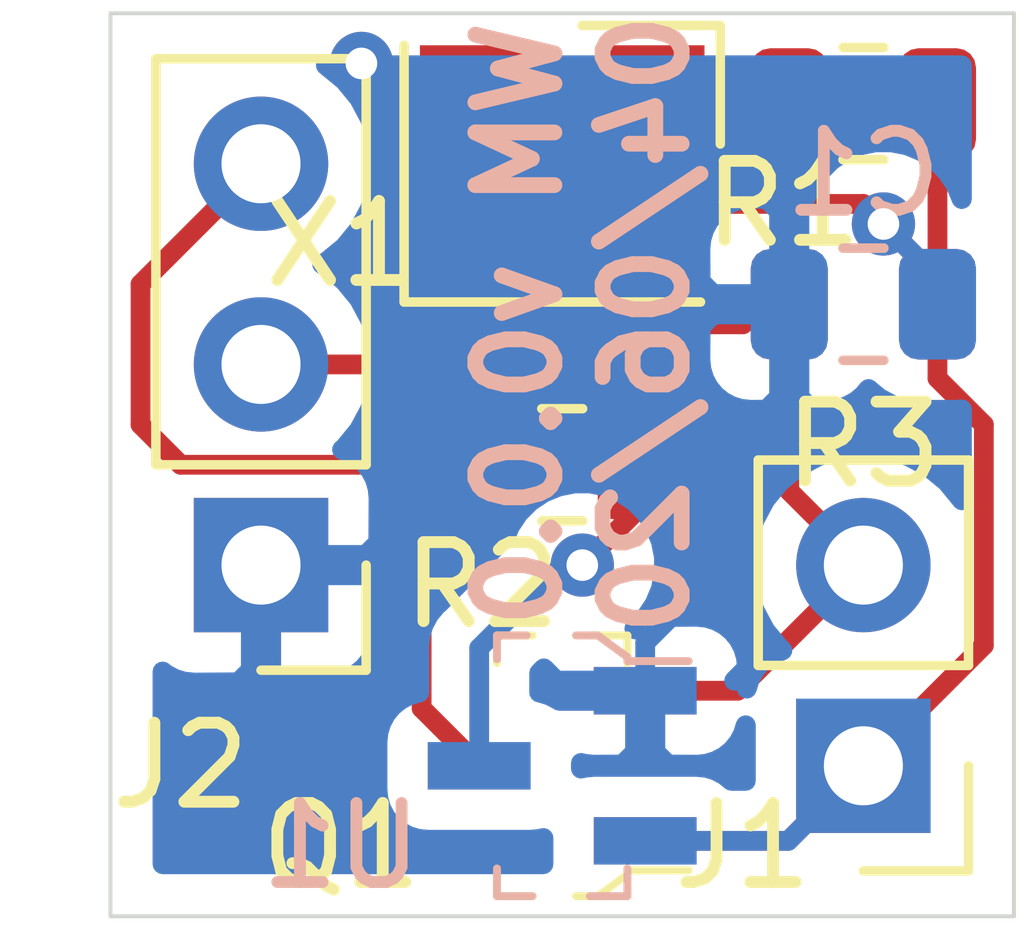
<source format=kicad_pcb>
(kicad_pcb (version 20171130) (host pcbnew "(5.1.2)-1")

  (general
    (thickness 1.6)
    (drawings 5)
    (tracks 52)
    (zones 0)
    (modules 9)
    (nets 7)
  )

  (page A4)
  (layers
    (0 F.Cu signal)
    (31 B.Cu signal)
    (32 B.Adhes user)
    (33 F.Adhes user)
    (34 B.Paste user)
    (35 F.Paste user)
    (36 B.SilkS user)
    (37 F.SilkS user)
    (38 B.Mask user)
    (39 F.Mask user)
    (40 Dwgs.User user)
    (41 Cmts.User user)
    (42 Eco1.User user)
    (43 Eco2.User user)
    (44 Edge.Cuts user)
    (45 Margin user)
    (46 B.CrtYd user)
    (47 F.CrtYd user)
    (48 B.Fab user hide)
    (49 F.Fab user hide)
  )

  (setup
    (last_trace_width 0.25)
    (user_trace_width 0.2)
    (trace_clearance 0.2)
    (zone_clearance 0.508)
    (zone_45_only no)
    (trace_min 0.2)
    (via_size 0.8)
    (via_drill 0.4)
    (via_min_size 0.4)
    (via_min_drill 0.3)
    (user_via 0.51 0.3)
    (uvia_size 0.3)
    (uvia_drill 0.1)
    (uvias_allowed no)
    (uvia_min_size 0.2)
    (uvia_min_drill 0.1)
    (edge_width 0.05)
    (segment_width 0.2)
    (pcb_text_width 0.3)
    (pcb_text_size 1.5 1.5)
    (mod_edge_width 0.12)
    (mod_text_size 1 1)
    (mod_text_width 0.15)
    (pad_size 1.524 1.524)
    (pad_drill 0.762)
    (pad_to_mask_clearance 0.051)
    (solder_mask_min_width 0.25)
    (aux_axis_origin 0 0)
    (visible_elements 7FFFFFFF)
    (pcbplotparams
      (layerselection 0x010fc_ffffffff)
      (usegerberextensions false)
      (usegerberattributes false)
      (usegerberadvancedattributes false)
      (creategerberjobfile false)
      (excludeedgelayer true)
      (linewidth 0.100000)
      (plotframeref false)
      (viasonmask false)
      (mode 1)
      (useauxorigin false)
      (hpglpennumber 1)
      (hpglpenspeed 20)
      (hpglpendiameter 15.000000)
      (psnegative false)
      (psa4output false)
      (plotreference true)
      (plotvalue true)
      (plotinvisibletext false)
      (padsonsilk false)
      (subtractmaskfromsilk false)
      (outputformat 1)
      (mirror false)
      (drillshape 1)
      (scaleselection 1)
      (outputdirectory ""))
  )

  (net 0 "")
  (net 1 GND)
  (net 2 +3.3V)
  (net 3 USOUT)
  (net 4 SOUT)
  (net 5 +5V)
  (net 6 "Net-(R1-Pad1)")

  (net_class Default "This is the default net class."
    (clearance 0.2)
    (trace_width 0.25)
    (via_dia 0.8)
    (via_drill 0.4)
    (uvia_dia 0.3)
    (uvia_drill 0.1)
    (add_net +3.3V)
    (add_net +5V)
    (add_net GND)
    (add_net "Net-(R1-Pad1)")
    (add_net SOUT)
    (add_net USOUT)
  )

  (module Oscillator:ECS-327MVATX-3 (layer F.Cu) (tedit 5E8BE8B7) (tstamp 5E8CCEAC)
    (at 148.59 78.74 180)
    (path /5E8DE55C)
    (fp_text reference X1 (at 2.794 -1.016) (layer F.SilkS)
      (effects (font (size 1 1) (thickness 0.15)))
    )
    (fp_text value ECS-327TXO (at 0 -2.5) (layer F.Fab)
      (effects (font (size 1 1) (thickness 0.15)))
    )
    (fp_line (start 2 -1.75) (end 2 1.5) (layer F.SilkS) (width 0.12))
    (fp_line (start -1.75 -1.75) (end 2 -1.75) (layer F.SilkS) (width 0.12))
    (fp_line (start -2 1.75) (end -0.25 1.75) (layer F.SilkS) (width 0.12))
    (fp_line (start -2 0.25) (end -2 1.75) (layer F.SilkS) (width 0.12))
    (fp_line (start 2 -1.75) (end -2 -1.75) (layer F.CrtYd) (width 0.12))
    (fp_line (start 2 1.75) (end 2 -1.75) (layer F.CrtYd) (width 0.12))
    (fp_line (start -2 1.75) (end 2 1.75) (layer F.CrtYd) (width 0.12))
    (fp_line (start -2 -1.75) (end -2 1.75) (layer F.CrtYd) (width 0.12))
    (pad 2 smd rect (at 1.15 0.95 180) (size 1.3 1.1) (layers F.Cu F.Paste F.Mask)
      (net 1 GND))
    (pad 1 smd rect (at -1.15 0.95 180) (size 1.3 1.1) (layers F.Cu F.Paste F.Mask)
      (net 6 "Net-(R1-Pad1)"))
    (pad 3 smd rect (at 1.15 -0.95 180) (size 1.3 1.1) (layers F.Cu F.Paste F.Mask)
      (net 3 USOUT))
    (pad 4 smd rect (at -1.15 -0.95 180) (size 1.3 1.1) (layers F.Cu F.Paste F.Mask)
      (net 2 +3.3V))
  )

  (module digikey-footprints:SOT-23-3 (layer B.Cu) (tedit 5D28A5E3) (tstamp 5E8CCE9C)
    (at 148.59 86.36 180)
    (path /5E8DFB79)
    (attr smd)
    (fp_text reference U1 (at 2.794 -1.016 180) (layer B.SilkS)
      (effects (font (size 1 1) (thickness 0.15)) (justify mirror))
    )
    (fp_text value MCP1700T-3302E_TT (at 0.025 -3.25 180) (layer B.Fab)
      (effects (font (size 1 1) (thickness 0.15)) (justify mirror))
    )
    (fp_line (start 0.7 -1.52) (end 0.7 1.52) (layer B.Fab) (width 0.1))
    (fp_line (start -0.7 -1.52) (end 0.7 -1.52) (layer B.Fab) (width 0.1))
    (fp_text user %R (at -0.125 -0.15 180) (layer B.Fab)
      (effects (font (size 0.25 0.25) (thickness 0.05)) (justify mirror))
    )
    (fp_line (start 0.825 1.65) (end 0.825 1.35) (layer B.SilkS) (width 0.1))
    (fp_line (start 0.45 1.65) (end 0.825 1.65) (layer B.SilkS) (width 0.1))
    (fp_line (start 0.825 -1.65) (end 0.375 -1.65) (layer B.SilkS) (width 0.1))
    (fp_line (start 0.825 -1.35) (end 0.825 -1.65) (layer B.SilkS) (width 0.1))
    (fp_line (start 0.825 -1.425) (end 0.825 -1.3) (layer B.SilkS) (width 0.1))
    (fp_line (start -0.825 -1.65) (end -0.825 -1.3) (layer B.SilkS) (width 0.1))
    (fp_line (start -0.35 -1.65) (end -0.825 -1.65) (layer B.SilkS) (width 0.1))
    (fp_line (start -0.425 1.525) (end -0.7 1.325) (layer B.Fab) (width 0.1))
    (fp_line (start -0.425 1.525) (end 0.7 1.525) (layer B.Fab) (width 0.1))
    (fp_line (start -0.7 1.325) (end -0.7 -1.525) (layer B.Fab) (width 0.1))
    (fp_line (start -0.825 1.325) (end -1.6 1.325) (layer B.SilkS) (width 0.1))
    (fp_line (start -0.825 1.375) (end -0.825 1.325) (layer B.SilkS) (width 0.1))
    (fp_line (start -0.45 1.65) (end -0.825 1.375) (layer B.SilkS) (width 0.1))
    (fp_line (start -0.175 1.65) (end -0.45 1.65) (layer B.SilkS) (width 0.1))
    (fp_line (start 1.825 1.95) (end 1.825 -1.95) (layer B.CrtYd) (width 0.05))
    (fp_line (start 1.825 -1.95) (end -1.825 -1.95) (layer B.CrtYd) (width 0.05))
    (fp_line (start -1.825 1.95) (end -1.825 -1.95) (layer B.CrtYd) (width 0.05))
    (fp_line (start -1.825 1.95) (end 1.825 1.95) (layer B.CrtYd) (width 0.05))
    (pad 1 smd rect (at -1.05 0.95 180) (size 1.3 0.6) (layers B.Cu B.Paste B.Mask)
      (net 1 GND) (solder_mask_margin 0.07))
    (pad 2 smd rect (at -1.05 -0.95 180) (size 1.3 0.6) (layers B.Cu B.Paste B.Mask)
      (net 2 +3.3V) (solder_mask_margin 0.07))
    (pad 3 smd rect (at 1.05 0 180) (size 1.3 0.6) (layers B.Cu B.Paste B.Mask)
      (net 5 +5V) (solder_mask_margin 0.07))
  )

  (module Resistor_SMD:R_0805_2012Metric (layer F.Cu) (tedit 5B36C52B) (tstamp 5E8CCE80)
    (at 152.4 80.518)
    (descr "Resistor SMD 0805 (2012 Metric), square (rectangular) end terminal, IPC_7351 nominal, (Body size source: https://docs.google.com/spreadsheets/d/1BsfQQcO9C6DZCsRaXUlFlo91Tg2WpOkGARC1WS5S8t0/edit?usp=sharing), generated with kicad-footprint-generator")
    (tags resistor)
    (path /5E8E52FF)
    (attr smd)
    (fp_text reference R3 (at 0 1.778) (layer F.SilkS)
      (effects (font (size 1 1) (thickness 0.15)))
    )
    (fp_text value 10kR (at 0 1.65) (layer F.Fab)
      (effects (font (size 1 1) (thickness 0.15)))
    )
    (fp_text user %R (at 0 0) (layer F.Fab)
      (effects (font (size 0.5 0.5) (thickness 0.08)))
    )
    (fp_line (start 1.68 0.95) (end -1.68 0.95) (layer F.CrtYd) (width 0.05))
    (fp_line (start 1.68 -0.95) (end 1.68 0.95) (layer F.CrtYd) (width 0.05))
    (fp_line (start -1.68 -0.95) (end 1.68 -0.95) (layer F.CrtYd) (width 0.05))
    (fp_line (start -1.68 0.95) (end -1.68 -0.95) (layer F.CrtYd) (width 0.05))
    (fp_line (start -0.258578 0.71) (end 0.258578 0.71) (layer F.SilkS) (width 0.12))
    (fp_line (start -0.258578 -0.71) (end 0.258578 -0.71) (layer F.SilkS) (width 0.12))
    (fp_line (start 1 0.6) (end -1 0.6) (layer F.Fab) (width 0.1))
    (fp_line (start 1 -0.6) (end 1 0.6) (layer F.Fab) (width 0.1))
    (fp_line (start -1 -0.6) (end 1 -0.6) (layer F.Fab) (width 0.1))
    (fp_line (start -1 0.6) (end -1 -0.6) (layer F.Fab) (width 0.1))
    (pad 2 smd roundrect (at 0.9375 0) (size 0.975 1.4) (layers F.Cu F.Paste F.Mask) (roundrect_rratio 0.25)
      (net 2 +3.3V))
    (pad 1 smd roundrect (at -0.9375 0) (size 0.975 1.4) (layers F.Cu F.Paste F.Mask) (roundrect_rratio 0.25)
      (net 3 USOUT))
    (model ${KISYS3DMOD}/Resistor_SMD.3dshapes/R_0805_2012Metric.wrl
      (at (xyz 0 0 0))
      (scale (xyz 1 1 1))
      (rotate (xyz 0 0 0))
    )
  )

  (module Resistor_SMD:R_0805_2012Metric (layer F.Cu) (tedit 5B36C52B) (tstamp 5E8CCE6F)
    (at 148.59 82.55)
    (descr "Resistor SMD 0805 (2012 Metric), square (rectangular) end terminal, IPC_7351 nominal, (Body size source: https://docs.google.com/spreadsheets/d/1BsfQQcO9C6DZCsRaXUlFlo91Tg2WpOkGARC1WS5S8t0/edit?usp=sharing), generated with kicad-footprint-generator")
    (tags resistor)
    (path /5E8E4A5E)
    (attr smd)
    (fp_text reference R2 (at -1.016 1.524 180) (layer F.SilkS)
      (effects (font (size 1 1) (thickness 0.15)))
    )
    (fp_text value 10kR (at 0 1.65 180) (layer F.Fab)
      (effects (font (size 1 1) (thickness 0.15)))
    )
    (fp_text user %R (at 0 0 180) (layer F.Fab)
      (effects (font (size 0.5 0.5) (thickness 0.08)))
    )
    (fp_line (start 1.68 0.95) (end -1.68 0.95) (layer F.CrtYd) (width 0.05))
    (fp_line (start 1.68 -0.95) (end 1.68 0.95) (layer F.CrtYd) (width 0.05))
    (fp_line (start -1.68 -0.95) (end 1.68 -0.95) (layer F.CrtYd) (width 0.05))
    (fp_line (start -1.68 0.95) (end -1.68 -0.95) (layer F.CrtYd) (width 0.05))
    (fp_line (start -0.258578 0.71) (end 0.258578 0.71) (layer F.SilkS) (width 0.12))
    (fp_line (start -0.258578 -0.71) (end 0.258578 -0.71) (layer F.SilkS) (width 0.12))
    (fp_line (start 1 0.6) (end -1 0.6) (layer F.Fab) (width 0.1))
    (fp_line (start 1 -0.6) (end 1 0.6) (layer F.Fab) (width 0.1))
    (fp_line (start -1 -0.6) (end 1 -0.6) (layer F.Fab) (width 0.1))
    (fp_line (start -1 0.6) (end -1 -0.6) (layer F.Fab) (width 0.1))
    (pad 2 smd roundrect (at 0.9375 0) (size 0.975 1.4) (layers F.Cu F.Paste F.Mask) (roundrect_rratio 0.25)
      (net 5 +5V))
    (pad 1 smd roundrect (at -0.9375 0) (size 0.975 1.4) (layers F.Cu F.Paste F.Mask) (roundrect_rratio 0.25)
      (net 4 SOUT))
    (model ${KISYS3DMOD}/Resistor_SMD.3dshapes/R_0805_2012Metric.wrl
      (at (xyz 0 0 0))
      (scale (xyz 1 1 1))
      (rotate (xyz 0 0 0))
    )
  )

  (module Resistor_SMD:R_0805_2012Metric (layer F.Cu) (tedit 5B36C52B) (tstamp 5E8CCE5E)
    (at 152.4 77.978)
    (descr "Resistor SMD 0805 (2012 Metric), square (rectangular) end terminal, IPC_7351 nominal, (Body size source: https://docs.google.com/spreadsheets/d/1BsfQQcO9C6DZCsRaXUlFlo91Tg2WpOkGARC1WS5S8t0/edit?usp=sharing), generated with kicad-footprint-generator")
    (tags resistor)
    (path /5E8E56A7)
    (attr smd)
    (fp_text reference R1 (at -1.016 1.27 180) (layer F.SilkS)
      (effects (font (size 1 1) (thickness 0.15)))
    )
    (fp_text value 10kR (at 0 1.65 180) (layer F.Fab)
      (effects (font (size 1 1) (thickness 0.15)))
    )
    (fp_text user %R (at 0 0 180) (layer F.Fab)
      (effects (font (size 0.5 0.5) (thickness 0.08)))
    )
    (fp_line (start 1.68 0.95) (end -1.68 0.95) (layer F.CrtYd) (width 0.05))
    (fp_line (start 1.68 -0.95) (end 1.68 0.95) (layer F.CrtYd) (width 0.05))
    (fp_line (start -1.68 -0.95) (end 1.68 -0.95) (layer F.CrtYd) (width 0.05))
    (fp_line (start -1.68 0.95) (end -1.68 -0.95) (layer F.CrtYd) (width 0.05))
    (fp_line (start -0.258578 0.71) (end 0.258578 0.71) (layer F.SilkS) (width 0.12))
    (fp_line (start -0.258578 -0.71) (end 0.258578 -0.71) (layer F.SilkS) (width 0.12))
    (fp_line (start 1 0.6) (end -1 0.6) (layer F.Fab) (width 0.1))
    (fp_line (start 1 -0.6) (end 1 0.6) (layer F.Fab) (width 0.1))
    (fp_line (start -1 -0.6) (end 1 -0.6) (layer F.Fab) (width 0.1))
    (fp_line (start -1 0.6) (end -1 -0.6) (layer F.Fab) (width 0.1))
    (pad 2 smd roundrect (at 0.9375 0) (size 0.975 1.4) (layers F.Cu F.Paste F.Mask) (roundrect_rratio 0.25)
      (net 2 +3.3V))
    (pad 1 smd roundrect (at -0.9375 0) (size 0.975 1.4) (layers F.Cu F.Paste F.Mask) (roundrect_rratio 0.25)
      (net 6 "Net-(R1-Pad1)"))
    (model ${KISYS3DMOD}/Resistor_SMD.3dshapes/R_0805_2012Metric.wrl
      (at (xyz 0 0 0))
      (scale (xyz 1 1 1))
      (rotate (xyz 0 0 0))
    )
  )

  (module digikey-footprints:SOT-23-3 (layer F.Cu) (tedit 5D28A5E3) (tstamp 5E8CCE4D)
    (at 148.59 86.36 180)
    (path /5E8E11C6)
    (attr smd)
    (fp_text reference Q1 (at 2.794 -1.016) (layer F.SilkS)
      (effects (font (size 1 1) (thickness 0.15)))
    )
    (fp_text value BSS138-7-F (at 0.025 3.25) (layer F.Fab)
      (effects (font (size 1 1) (thickness 0.15)))
    )
    (fp_line (start 0.7 1.52) (end 0.7 -1.52) (layer F.Fab) (width 0.1))
    (fp_line (start -0.7 1.52) (end 0.7 1.52) (layer F.Fab) (width 0.1))
    (fp_text user %R (at -0.125 0.15) (layer F.Fab)
      (effects (font (size 0.25 0.25) (thickness 0.05)))
    )
    (fp_line (start 0.825 -1.65) (end 0.825 -1.35) (layer F.SilkS) (width 0.1))
    (fp_line (start 0.45 -1.65) (end 0.825 -1.65) (layer F.SilkS) (width 0.1))
    (fp_line (start 0.825 1.65) (end 0.375 1.65) (layer F.SilkS) (width 0.1))
    (fp_line (start 0.825 1.35) (end 0.825 1.65) (layer F.SilkS) (width 0.1))
    (fp_line (start 0.825 1.425) (end 0.825 1.3) (layer F.SilkS) (width 0.1))
    (fp_line (start -0.825 1.65) (end -0.825 1.3) (layer F.SilkS) (width 0.1))
    (fp_line (start -0.35 1.65) (end -0.825 1.65) (layer F.SilkS) (width 0.1))
    (fp_line (start -0.425 -1.525) (end -0.7 -1.325) (layer F.Fab) (width 0.1))
    (fp_line (start -0.425 -1.525) (end 0.7 -1.525) (layer F.Fab) (width 0.1))
    (fp_line (start -0.7 -1.325) (end -0.7 1.525) (layer F.Fab) (width 0.1))
    (fp_line (start -0.825 -1.325) (end -1.6 -1.325) (layer F.SilkS) (width 0.1))
    (fp_line (start -0.825 -1.375) (end -0.825 -1.325) (layer F.SilkS) (width 0.1))
    (fp_line (start -0.45 -1.65) (end -0.825 -1.375) (layer F.SilkS) (width 0.1))
    (fp_line (start -0.175 -1.65) (end -0.45 -1.65) (layer F.SilkS) (width 0.1))
    (fp_line (start 1.825 -1.95) (end 1.825 1.95) (layer F.CrtYd) (width 0.05))
    (fp_line (start 1.825 1.95) (end -1.825 1.95) (layer F.CrtYd) (width 0.05))
    (fp_line (start -1.825 -1.95) (end -1.825 1.95) (layer F.CrtYd) (width 0.05))
    (fp_line (start -1.825 -1.95) (end 1.825 -1.95) (layer F.CrtYd) (width 0.05))
    (pad 1 smd rect (at -1.05 -0.95 180) (size 1.3 0.6) (layers F.Cu F.Paste F.Mask)
      (net 2 +3.3V) (solder_mask_margin 0.07))
    (pad 2 smd rect (at -1.05 0.95 180) (size 1.3 0.6) (layers F.Cu F.Paste F.Mask)
      (net 3 USOUT) (solder_mask_margin 0.07))
    (pad 3 smd rect (at 1.05 0 180) (size 1.3 0.6) (layers F.Cu F.Paste F.Mask)
      (net 4 SOUT) (solder_mask_margin 0.07))
  )

  (module Connector_PinHeader_2.54mm:PinHeader_1x03_P2.54mm_Vertical (layer F.Cu) (tedit 59FED5CC) (tstamp 5E8CCE31)
    (at 144.78 83.82 180)
    (descr "Through hole straight pin header, 1x03, 2.54mm pitch, single row")
    (tags "Through hole pin header THT 1x03 2.54mm single row")
    (path /5E8F63E9)
    (fp_text reference J2 (at 1.016 -2.54) (layer F.SilkS)
      (effects (font (size 1 1) (thickness 0.15)))
    )
    (fp_text value Conn_01x03 (at 0 7.41) (layer F.Fab)
      (effects (font (size 1 1) (thickness 0.15)))
    )
    (fp_text user %R (at 0 2.54 90) (layer F.Fab)
      (effects (font (size 1 1) (thickness 0.15)))
    )
    (fp_line (start 1.8 -1.8) (end -1.8 -1.8) (layer F.CrtYd) (width 0.05))
    (fp_line (start 1.8 6.85) (end 1.8 -1.8) (layer F.CrtYd) (width 0.05))
    (fp_line (start -1.8 6.85) (end 1.8 6.85) (layer F.CrtYd) (width 0.05))
    (fp_line (start -1.8 -1.8) (end -1.8 6.85) (layer F.CrtYd) (width 0.05))
    (fp_line (start -1.33 -1.33) (end 0 -1.33) (layer F.SilkS) (width 0.12))
    (fp_line (start -1.33 0) (end -1.33 -1.33) (layer F.SilkS) (width 0.12))
    (fp_line (start -1.33 1.27) (end 1.33 1.27) (layer F.SilkS) (width 0.12))
    (fp_line (start 1.33 1.27) (end 1.33 6.41) (layer F.SilkS) (width 0.12))
    (fp_line (start -1.33 1.27) (end -1.33 6.41) (layer F.SilkS) (width 0.12))
    (fp_line (start -1.33 6.41) (end 1.33 6.41) (layer F.SilkS) (width 0.12))
    (fp_line (start -1.27 -0.635) (end -0.635 -1.27) (layer F.Fab) (width 0.1))
    (fp_line (start -1.27 6.35) (end -1.27 -0.635) (layer F.Fab) (width 0.1))
    (fp_line (start 1.27 6.35) (end -1.27 6.35) (layer F.Fab) (width 0.1))
    (fp_line (start 1.27 -1.27) (end 1.27 6.35) (layer F.Fab) (width 0.1))
    (fp_line (start -0.635 -1.27) (end 1.27 -1.27) (layer F.Fab) (width 0.1))
    (pad 3 thru_hole oval (at 0 5.08 180) (size 1.7 1.7) (drill 1) (layers *.Cu *.Mask)
      (net 4 SOUT))
    (pad 2 thru_hole oval (at 0 2.54 180) (size 1.7 1.7) (drill 1) (layers *.Cu *.Mask)
      (net 5 +5V))
    (pad 1 thru_hole rect (at 0 0 180) (size 1.7 1.7) (drill 1) (layers *.Cu *.Mask)
      (net 1 GND))
    (model ${KISYS3DMOD}/Connector_PinHeader_2.54mm.3dshapes/PinHeader_1x03_P2.54mm_Vertical.wrl
      (at (xyz 0 0 0))
      (scale (xyz 1 1 1))
      (rotate (xyz 0 0 0))
    )
  )

  (module Connector_PinHeader_2.54mm:PinHeader_1x02_P2.54mm_Vertical (layer F.Cu) (tedit 59FED5CC) (tstamp 5E8CCE1A)
    (at 152.4 86.36 180)
    (descr "Through hole straight pin header, 1x02, 2.54mm pitch, single row")
    (tags "Through hole pin header THT 1x02 2.54mm single row")
    (path /5E8F2706)
    (fp_text reference J1 (at 1.524 -1.016) (layer F.SilkS)
      (effects (font (size 1 1) (thickness 0.15)))
    )
    (fp_text value Conn_01x02 (at 0 4.87) (layer F.Fab)
      (effects (font (size 1 1) (thickness 0.15)))
    )
    (fp_text user %R (at 0 1.27 90) (layer F.Fab)
      (effects (font (size 1 1) (thickness 0.15)))
    )
    (fp_line (start 1.8 -1.8) (end -1.8 -1.8) (layer F.CrtYd) (width 0.05))
    (fp_line (start 1.8 4.35) (end 1.8 -1.8) (layer F.CrtYd) (width 0.05))
    (fp_line (start -1.8 4.35) (end 1.8 4.35) (layer F.CrtYd) (width 0.05))
    (fp_line (start -1.8 -1.8) (end -1.8 4.35) (layer F.CrtYd) (width 0.05))
    (fp_line (start -1.33 -1.33) (end 0 -1.33) (layer F.SilkS) (width 0.12))
    (fp_line (start -1.33 0) (end -1.33 -1.33) (layer F.SilkS) (width 0.12))
    (fp_line (start -1.33 1.27) (end 1.33 1.27) (layer F.SilkS) (width 0.12))
    (fp_line (start 1.33 1.27) (end 1.33 3.87) (layer F.SilkS) (width 0.12))
    (fp_line (start -1.33 1.27) (end -1.33 3.87) (layer F.SilkS) (width 0.12))
    (fp_line (start -1.33 3.87) (end 1.33 3.87) (layer F.SilkS) (width 0.12))
    (fp_line (start -1.27 -0.635) (end -0.635 -1.27) (layer F.Fab) (width 0.1))
    (fp_line (start -1.27 3.81) (end -1.27 -0.635) (layer F.Fab) (width 0.1))
    (fp_line (start 1.27 3.81) (end -1.27 3.81) (layer F.Fab) (width 0.1))
    (fp_line (start 1.27 -1.27) (end 1.27 3.81) (layer F.Fab) (width 0.1))
    (fp_line (start -0.635 -1.27) (end 1.27 -1.27) (layer F.Fab) (width 0.1))
    (pad 2 thru_hole oval (at 0 2.54 180) (size 1.7 1.7) (drill 1) (layers *.Cu *.Mask)
      (net 3 USOUT))
    (pad 1 thru_hole rect (at 0 0 180) (size 1.7 1.7) (drill 1) (layers *.Cu *.Mask)
      (net 2 +3.3V))
    (model ${KISYS3DMOD}/Connector_PinHeader_2.54mm.3dshapes/PinHeader_1x02_P2.54mm_Vertical.wrl
      (at (xyz 0 0 0))
      (scale (xyz 1 1 1))
      (rotate (xyz 0 0 0))
    )
  )

  (module Capacitor_SMD:C_0805_2012Metric (layer B.Cu) (tedit 5B36C52B) (tstamp 5E8CCE04)
    (at 152.4 80.518 180)
    (descr "Capacitor SMD 0805 (2012 Metric), square (rectangular) end terminal, IPC_7351 nominal, (Body size source: https://docs.google.com/spreadsheets/d/1BsfQQcO9C6DZCsRaXUlFlo91Tg2WpOkGARC1WS5S8t0/edit?usp=sharing), generated with kicad-footprint-generator")
    (tags capacitor)
    (path /5E8E5921)
    (attr smd)
    (fp_text reference C1 (at 0 1.65) (layer B.SilkS)
      (effects (font (size 1 1) (thickness 0.15)) (justify mirror))
    )
    (fp_text value C_Small (at 0 -1.65) (layer B.Fab)
      (effects (font (size 1 1) (thickness 0.15)) (justify mirror))
    )
    (fp_text user %R (at 0 0) (layer B.Fab)
      (effects (font (size 0.5 0.5) (thickness 0.08)) (justify mirror))
    )
    (fp_line (start 1.68 -0.95) (end -1.68 -0.95) (layer B.CrtYd) (width 0.05))
    (fp_line (start 1.68 0.95) (end 1.68 -0.95) (layer B.CrtYd) (width 0.05))
    (fp_line (start -1.68 0.95) (end 1.68 0.95) (layer B.CrtYd) (width 0.05))
    (fp_line (start -1.68 -0.95) (end -1.68 0.95) (layer B.CrtYd) (width 0.05))
    (fp_line (start -0.258578 -0.71) (end 0.258578 -0.71) (layer B.SilkS) (width 0.12))
    (fp_line (start -0.258578 0.71) (end 0.258578 0.71) (layer B.SilkS) (width 0.12))
    (fp_line (start 1 -0.6) (end -1 -0.6) (layer B.Fab) (width 0.1))
    (fp_line (start 1 0.6) (end 1 -0.6) (layer B.Fab) (width 0.1))
    (fp_line (start -1 0.6) (end 1 0.6) (layer B.Fab) (width 0.1))
    (fp_line (start -1 -0.6) (end -1 0.6) (layer B.Fab) (width 0.1))
    (pad 2 smd roundrect (at 0.9375 0 180) (size 0.975 1.4) (layers B.Cu B.Paste B.Mask) (roundrect_rratio 0.25)
      (net 1 GND))
    (pad 1 smd roundrect (at -0.9375 0 180) (size 0.975 1.4) (layers B.Cu B.Paste B.Mask) (roundrect_rratio 0.25)
      (net 2 +3.3V))
    (model ${KISYS3DMOD}/Capacitor_SMD.3dshapes/C_0805_2012Metric.wrl
      (at (xyz 0 0 0))
      (scale (xyz 1 1 1))
      (rotate (xyz 0 0 0))
    )
  )

  (gr_text "WM v0.0.0\n04/06/20" (at 148.844 80.772 90) (layer B.SilkS)
    (effects (font (size 1 1) (thickness 0.2)) (justify mirror))
  )
  (gr_line (start 154.305 76.835) (end 142.875 76.835) (layer Edge.Cuts) (width 0.05) (tstamp 5E8CCFB7))
  (gr_line (start 154.305 88.265) (end 154.305 76.835) (layer Edge.Cuts) (width 0.05))
  (gr_line (start 142.875 88.265) (end 154.305 88.265) (layer Edge.Cuts) (width 0.05))
  (gr_line (start 142.875 76.835) (end 142.875 88.265) (layer Edge.Cuts) (width 0.05))

  (segment (start 149.64 85.41) (end 149.64 85.818) (width 0.25) (layer B.Cu) (net 1))
  (via (at 146.05 77.47) (size 0.8) (drill 0.4) (layers F.Cu B.Cu) (net 1))
  (segment (start 147.44 77.79) (end 146.37 77.79) (width 0.25) (layer F.Cu) (net 1))
  (segment (start 146.37 77.79) (end 146.05 77.47) (width 0.25) (layer F.Cu) (net 1))
  (segment (start 149.64 85.41) (end 149.64 84.802) (width 0.25) (layer B.Cu) (net 1))
  (segment (start 149.64 84.802) (end 150.114 84.328) (width 0.25) (layer B.Cu) (net 1))
  (segment (start 146.05 77.47) (end 146.05 77.724) (width 0.25) (layer B.Cu) (net 1))
  (segment (start 146.05 77.724) (end 146.558 78.232) (width 0.25) (layer B.Cu) (net 1))
  (segment (start 151.45 87.31) (end 152.4 86.36) (width 0.25) (layer F.Cu) (net 2))
  (segment (start 149.64 87.31) (end 151.45 87.31) (width 0.25) (layer F.Cu) (net 2))
  (segment (start 151.45 87.31) (end 152.4 86.36) (width 0.25) (layer B.Cu) (net 2))
  (segment (start 149.64 87.31) (end 151.45 87.31) (width 0.25) (layer B.Cu) (net 2))
  (segment (start 153.3375 80.518) (end 153.3375 81.4555) (width 0.25) (layer F.Cu) (net 2))
  (segment (start 153.3375 81.4555) (end 153.924 82.042) (width 0.25) (layer F.Cu) (net 2))
  (segment (start 153.924 84.836) (end 152.4 86.36) (width 0.25) (layer F.Cu) (net 2))
  (segment (start 153.924 82.042) (end 153.924 84.836) (width 0.25) (layer F.Cu) (net 2))
  (segment (start 153.3375 77.978) (end 153.3375 80.518) (width 0.25) (layer F.Cu) (net 2))
  (via (at 152.654 79.502) (size 0.8) (drill 0.4) (layers F.Cu B.Cu) (net 2))
  (segment (start 153.3375 80.518) (end 153.3375 80.1855) (width 0.25) (layer B.Cu) (net 2))
  (segment (start 153.3375 80.1855) (end 152.654 79.502) (width 0.25) (layer B.Cu) (net 2))
  (segment (start 153.3375 80.1855) (end 153.3375 80.518) (width 0.25) (layer F.Cu) (net 2))
  (segment (start 152.654 79.502) (end 153.3375 80.1855) (width 0.25) (layer F.Cu) (net 2))
  (segment (start 149.74 79.69) (end 150.18 79.69) (width 0.25) (layer F.Cu) (net 2))
  (segment (start 150.18 79.69) (end 150.622 79.248) (width 0.25) (layer F.Cu) (net 2))
  (segment (start 152.4 79.248) (end 152.654 79.502) (width 0.25) (layer F.Cu) (net 2))
  (segment (start 150.622 79.248) (end 152.4 79.248) (width 0.25) (layer F.Cu) (net 2))
  (segment (start 150.81 85.41) (end 152.4 83.82) (width 0.25) (layer F.Cu) (net 3))
  (segment (start 149.64 85.41) (end 150.81 85.41) (width 0.25) (layer F.Cu) (net 3))
  (segment (start 151.4625 82.8825) (end 152.4 83.82) (width 0.25) (layer F.Cu) (net 3))
  (segment (start 151.4625 80.518) (end 151.4625 82.8825) (width 0.25) (layer F.Cu) (net 3))
  (segment (start 151.4625 80.518) (end 151.13 80.518) (width 0.25) (layer F.Cu) (net 3))
  (segment (start 151.13 80.518) (end 150.876 80.772) (width 0.25) (layer F.Cu) (net 3))
  (segment (start 148.522 80.772) (end 147.44 79.69) (width 0.25) (layer F.Cu) (net 3))
  (segment (start 150.876 80.772) (end 148.522 80.772) (width 0.25) (layer F.Cu) (net 3))
  (segment (start 146.812 83.3905) (end 147.6525 82.55) (width 0.25) (layer F.Cu) (net 4))
  (segment (start 143.256 80.264) (end 144.78 78.74) (width 0.25) (layer F.Cu) (net 4))
  (segment (start 143.256 82.042) (end 143.256 80.264) (width 0.25) (layer F.Cu) (net 4))
  (segment (start 147.6525 82.55) (end 143.764 82.55) (width 0.25) (layer F.Cu) (net 4))
  (segment (start 143.764 82.55) (end 143.256 82.042) (width 0.25) (layer F.Cu) (net 4))
  (segment (start 146.812 85.632) (end 147.54 86.36) (width 0.25) (layer F.Cu) (net 4))
  (segment (start 146.812 83.3905) (end 146.812 85.632) (width 0.25) (layer F.Cu) (net 4))
  (segment (start 149.5275 82.55) (end 149.352 82.55) (width 0.25) (layer F.Cu) (net 5))
  (segment (start 148.082 81.28) (end 144.78 81.28) (width 0.25) (layer F.Cu) (net 5))
  (segment (start 149.352 82.55) (end 148.082 81.28) (width 0.25) (layer F.Cu) (net 5))
  (via (at 148.844 83.82) (size 0.8) (drill 0.4) (layers F.Cu B.Cu) (net 5))
  (segment (start 149.5275 82.55) (end 149.5275 83.1365) (width 0.25) (layer F.Cu) (net 5))
  (segment (start 149.5275 83.1365) (end 148.844 83.82) (width 0.25) (layer F.Cu) (net 5))
  (segment (start 148.844 83.82) (end 148.59 83.82) (width 0.25) (layer B.Cu) (net 5))
  (segment (start 147.54 84.87) (end 147.54 86.36) (width 0.25) (layer B.Cu) (net 5))
  (segment (start 148.59 83.82) (end 147.54 84.87) (width 0.25) (layer B.Cu) (net 5))
  (segment (start 149.928 77.978) (end 149.74 77.79) (width 0.25) (layer F.Cu) (net 6))
  (segment (start 151.4625 77.978) (end 149.928 77.978) (width 0.25) (layer F.Cu) (net 6))

  (zone (net 1) (net_name GND) (layer B.Cu) (tstamp 0) (hatch edge 0.508)
    (connect_pads (clearance 0.508))
    (min_thickness 0.254)
    (fill yes (arc_segments 32) (thermal_gap 0.508) (thermal_bridge_width 0.508))
    (polygon
      (pts
        (xy 141.478 76.708) (xy 154.432 76.708) (xy 154.432 88.392) (xy 141.478 88.392)
      )
    )
    (filled_polygon
      (pts
        (xy 153.645001 79.186207) (xy 153.643405 79.18605) (xy 153.571205 79.011744) (xy 153.457937 78.842226) (xy 153.313774 78.698063)
        (xy 153.144256 78.584795) (xy 152.955898 78.506774) (xy 152.755939 78.467) (xy 152.552061 78.467) (xy 152.352102 78.506774)
        (xy 152.163744 78.584795) (xy 151.994226 78.698063) (xy 151.850063 78.842226) (xy 151.736795 79.011744) (xy 151.658774 79.200102)
        (xy 151.640804 79.290446) (xy 151.5895 79.34175) (xy 151.5895 80.391) (xy 151.6095 80.391) (xy 151.6095 80.645)
        (xy 151.5895 80.645) (xy 151.5895 81.69425) (xy 151.74825 81.853) (xy 151.95 81.856072) (xy 152.074482 81.843812)
        (xy 152.19418 81.807502) (xy 152.304494 81.748537) (xy 152.401185 81.669185) (xy 152.464992 81.591436) (xy 152.470208 81.597792)
        (xy 152.603836 81.707458) (xy 152.756291 81.788947) (xy 152.921715 81.839128) (xy 153.09375 81.856072) (xy 153.58125 81.856072)
        (xy 153.645001 81.849793) (xy 153.645 82.99902) (xy 153.640706 82.990986) (xy 153.455134 82.764866) (xy 153.229014 82.579294)
        (xy 152.971034 82.441401) (xy 152.691111 82.356487) (xy 152.47295 82.335) (xy 152.32705 82.335) (xy 152.108889 82.356487)
        (xy 151.828966 82.441401) (xy 151.570986 82.579294) (xy 151.344866 82.764866) (xy 151.159294 82.990986) (xy 151.021401 83.248966)
        (xy 150.936487 83.528889) (xy 150.907815 83.82) (xy 150.936487 84.111111) (xy 151.021401 84.391034) (xy 151.159294 84.649014)
        (xy 151.344866 84.875134) (xy 151.374687 84.899607) (xy 151.30582 84.920498) (xy 151.195506 84.979463) (xy 151.098815 85.058815)
        (xy 151.019463 85.155506) (xy 150.960498 85.26582) (xy 150.925 85.382841) (xy 150.925 85.282998) (xy 150.766252 85.282998)
        (xy 150.925 85.12425) (xy 150.928072 85.11) (xy 150.915812 84.985518) (xy 150.879502 84.86582) (xy 150.820537 84.755506)
        (xy 150.741185 84.658815) (xy 150.644494 84.579463) (xy 150.53418 84.520498) (xy 150.414482 84.484188) (xy 150.29 84.471928)
        (xy 149.92575 84.475) (xy 149.767002 84.633748) (xy 149.767002 84.475) (xy 149.651127 84.475) (xy 149.761205 84.310256)
        (xy 149.839226 84.121898) (xy 149.879 83.921939) (xy 149.879 83.718061) (xy 149.839226 83.518102) (xy 149.761205 83.329744)
        (xy 149.647937 83.160226) (xy 149.503774 83.016063) (xy 149.334256 82.902795) (xy 149.145898 82.824774) (xy 148.945939 82.785)
        (xy 148.742061 82.785) (xy 148.542102 82.824774) (xy 148.353744 82.902795) (xy 148.184226 83.016063) (xy 148.040063 83.160226)
        (xy 147.926795 83.329744) (xy 147.871174 83.464024) (xy 147.029002 84.306196) (xy 146.999999 84.329999) (xy 146.949909 84.391034)
        (xy 146.905026 84.445724) (xy 146.865058 84.520498) (xy 146.834454 84.577754) (xy 146.790997 84.721015) (xy 146.78 84.832668)
        (xy 146.78 84.832678) (xy 146.776324 84.87) (xy 146.78 84.907323) (xy 146.78 85.432762) (xy 146.765518 85.434188)
        (xy 146.64582 85.470498) (xy 146.535506 85.529463) (xy 146.438815 85.608815) (xy 146.359463 85.705506) (xy 146.300498 85.81582)
        (xy 146.264188 85.935518) (xy 146.251928 86.06) (xy 146.251928 86.66) (xy 146.264188 86.784482) (xy 146.300498 86.90418)
        (xy 146.359463 87.014494) (xy 146.438815 87.111185) (xy 146.535506 87.190537) (xy 146.64582 87.249502) (xy 146.765518 87.285812)
        (xy 146.89 87.298072) (xy 148.19 87.298072) (xy 148.314482 87.285812) (xy 148.351928 87.274453) (xy 148.351928 87.605)
        (xy 143.535 87.605) (xy 143.535 85.167295) (xy 143.575506 85.200537) (xy 143.68582 85.259502) (xy 143.805518 85.295812)
        (xy 143.93 85.308072) (xy 144.49425 85.305) (xy 144.653 85.14625) (xy 144.653 83.947) (xy 144.907 83.947)
        (xy 144.907 85.14625) (xy 145.06575 85.305) (xy 145.63 85.308072) (xy 145.754482 85.295812) (xy 145.87418 85.259502)
        (xy 145.984494 85.200537) (xy 146.081185 85.121185) (xy 146.160537 85.024494) (xy 146.219502 84.91418) (xy 146.255812 84.794482)
        (xy 146.268072 84.67) (xy 146.265 84.10575) (xy 146.10625 83.947) (xy 144.907 83.947) (xy 144.653 83.947)
        (xy 144.633 83.947) (xy 144.633 83.693) (xy 144.653 83.693) (xy 144.653 83.673) (xy 144.907 83.673)
        (xy 144.907 83.693) (xy 146.10625 83.693) (xy 146.265 83.53425) (xy 146.268072 82.97) (xy 146.255812 82.845518)
        (xy 146.219502 82.72582) (xy 146.160537 82.615506) (xy 146.081185 82.518815) (xy 145.984494 82.439463) (xy 145.87418 82.380498)
        (xy 145.805313 82.359607) (xy 145.835134 82.335134) (xy 146.020706 82.109014) (xy 146.158599 81.851034) (xy 146.243513 81.571111)
        (xy 146.272185 81.28) (xy 146.266079 81.218) (xy 150.336928 81.218) (xy 150.349188 81.342482) (xy 150.385498 81.46218)
        (xy 150.444463 81.572494) (xy 150.523815 81.669185) (xy 150.620506 81.748537) (xy 150.73082 81.807502) (xy 150.850518 81.843812)
        (xy 150.975 81.856072) (xy 151.17675 81.853) (xy 151.3355 81.69425) (xy 151.3355 80.645) (xy 150.49875 80.645)
        (xy 150.34 80.80375) (xy 150.336928 81.218) (xy 146.266079 81.218) (xy 146.243513 80.988889) (xy 146.158599 80.708966)
        (xy 146.020706 80.450986) (xy 145.835134 80.224866) (xy 145.609014 80.039294) (xy 145.554209 80.01) (xy 145.609014 79.980706)
        (xy 145.807271 79.818) (xy 150.336928 79.818) (xy 150.34 80.23225) (xy 150.49875 80.391) (xy 151.3355 80.391)
        (xy 151.3355 79.34175) (xy 151.17675 79.183) (xy 150.975 79.179928) (xy 150.850518 79.192188) (xy 150.73082 79.228498)
        (xy 150.620506 79.287463) (xy 150.523815 79.366815) (xy 150.444463 79.463506) (xy 150.385498 79.57382) (xy 150.349188 79.693518)
        (xy 150.336928 79.818) (xy 145.807271 79.818) (xy 145.835134 79.795134) (xy 146.020706 79.569014) (xy 146.158599 79.311034)
        (xy 146.243513 79.031111) (xy 146.272185 78.74) (xy 146.243513 78.448889) (xy 146.158599 78.168966) (xy 146.020706 77.910986)
        (xy 145.835134 77.684866) (xy 145.609014 77.499294) (xy 145.60098 77.495) (xy 153.645001 77.495)
      )
    )
    (filled_polygon
      (pts
        (xy 148.51375 85.283) (xy 149.513 85.283) (xy 149.513 85.263) (xy 149.767 85.263) (xy 149.767 85.283)
        (xy 149.787 85.283) (xy 149.787 85.537) (xy 149.767 85.537) (xy 149.767 86.18625) (xy 149.92575 86.345)
        (xy 150.29 86.348072) (xy 150.414482 86.335812) (xy 150.53418 86.299502) (xy 150.644494 86.240537) (xy 150.741185 86.161185)
        (xy 150.820537 86.064494) (xy 150.879502 85.95418) (xy 150.911928 85.847286) (xy 150.911928 86.55) (xy 150.730444 86.55)
        (xy 150.644494 86.479463) (xy 150.53418 86.420498) (xy 150.414482 86.384188) (xy 150.29 86.371928) (xy 148.99 86.371928)
        (xy 148.865518 86.384188) (xy 148.828072 86.395547) (xy 148.828072 86.324453) (xy 148.865518 86.335812) (xy 148.99 86.348072)
        (xy 149.35425 86.345) (xy 149.513 86.18625) (xy 149.513 85.537) (xy 148.553678 85.537) (xy 148.544494 85.529463)
        (xy 148.43418 85.470498) (xy 148.314482 85.434188) (xy 148.3 85.432762) (xy 148.3 85.184801) (xy 148.357776 85.127026)
      )
    )
    (filled_polygon
      (pts
        (xy 149.512998 84.633748) (xy 149.503422 84.624172) (xy 149.503774 84.623937) (xy 149.512998 84.614713)
      )
    )
  )
)

</source>
